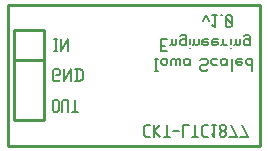
<source format=gbr>
G04 start of page 9 for group -4078 idx -4078 *
G04 Title: (unknown), bottomsilk *
G04 Creator: pcb 20110918 *
G04 CreationDate: Sun 25 Aug 2013 03:08:56 AM GMT UTC *
G04 For: railfan *
G04 Format: Gerber/RS-274X *
G04 PCB-Dimensions: 85000 48000 *
G04 PCB-Coordinate-Origin: lower left *
%MOIN*%
%FSLAX25Y25*%
%LNBOTTOMSILK*%
%ADD41C,0.0080*%
%ADD40C,0.0100*%
G54D40*X84500Y47500D02*X500D01*
Y500D02*X84500D01*
Y47500D01*
X2500Y29000D02*X12500D01*
X500Y47500D02*Y500D01*
X2500Y39000D02*X12500D01*
Y9000D01*
X2500D01*
Y39000D01*
Y29000D01*
G54D41*X65500Y42000D02*X66500Y44000D01*
X67500Y42000D02*X66500Y44000D01*
X68700Y40800D02*X69500Y40000D01*
Y44000D01*
X68700D02*X70200D01*
X71400D02*X71900D01*
X73100Y43500D02*X73600Y44000D01*
X73100Y40500D02*Y43500D01*
Y40500D02*X73600Y40000D01*
X74600D01*
X75100Y40500D01*
Y43500D01*
X74600Y44000D02*X75100Y43500D01*
X73600Y44000D02*X74600D01*
X73100Y43000D02*X75100Y41000D01*
X49500Y25500D02*X50500D01*
X50000D02*Y29500D01*
X49500D02*X50500D01*
X51700Y28000D02*Y29000D01*
Y28000D02*X52200Y27500D01*
X53200D01*
X53700Y28000D01*
Y29000D01*
X53200Y29500D02*X53700Y29000D01*
X52200Y29500D02*X53200D01*
X51700Y29000D02*X52200Y29500D01*
X54900Y27500D02*Y29000D01*
X55400Y29500D01*
X55900D01*
X56400Y29000D01*
Y27500D02*Y29000D01*
X56900Y29500D01*
X57400D01*
X57900Y29000D01*
Y27500D02*Y29000D01*
X60600Y27500D02*X61100Y28000D01*
X59600Y27500D02*X60600D01*
X59100Y28000D02*X59600Y27500D01*
X59100Y28000D02*Y29000D01*
X59600Y29500D01*
X61100Y27500D02*Y29000D01*
X61600Y29500D01*
X59600D02*X60600D01*
X61100Y29000D01*
X66600Y25500D02*X67100Y26000D01*
X65100Y25500D02*X66600D01*
X64600Y26000D02*X65100Y25500D01*
X64600Y26000D02*Y27000D01*
X65100Y27500D01*
X66600D01*
X67100Y28000D01*
Y29000D01*
X66600Y29500D02*X67100Y29000D01*
X65100Y29500D02*X66600D01*
X64600Y29000D02*X65100Y29500D01*
X68800Y27500D02*X70300D01*
X68300Y28000D02*X68800Y27500D01*
X68300Y28000D02*Y29000D01*
X68800Y29500D01*
X70300D01*
X73000Y27500D02*X73500Y28000D01*
X72000Y27500D02*X73000D01*
X71500Y28000D02*X72000Y27500D01*
X71500Y28000D02*Y29000D01*
X72000Y29500D01*
X73500Y27500D02*Y29000D01*
X74000Y29500D01*
X72000D02*X73000D01*
X73500Y29000D01*
X75200Y25500D02*Y29000D01*
X75700Y29500D01*
X77200D02*X78700D01*
X76700Y29000D02*X77200Y29500D01*
X76700Y28000D02*Y29000D01*
Y28000D02*X77200Y27500D01*
X78200D01*
X78700Y28000D01*
X76700Y28500D02*X78700D01*
Y28000D02*Y28500D01*
X81900Y25500D02*Y29500D01*
X81400D02*X81900Y29000D01*
X80400Y29500D02*X81400D01*
X79900Y29000D02*X80400Y29500D01*
X79900Y28000D02*Y29000D01*
Y28000D02*X80400Y27500D01*
X81400D01*
X81900Y28000D01*
X51500Y33800D02*X53000D01*
X51500Y36000D02*X53500D01*
X51500Y32000D02*Y36000D01*
Y32000D02*X53500D01*
X55200Y34500D02*Y36000D01*
Y34500D02*X55700Y34000D01*
X56200D01*
X56700Y34500D01*
Y36000D01*
X54700Y34000D02*X55200Y34500D01*
X59400Y34000D02*X59900Y34500D01*
X58400Y34000D02*X59400D01*
X57900Y34500D02*X58400Y34000D01*
X57900Y34500D02*Y35500D01*
X58400Y36000D01*
X59400D01*
X59900Y35500D01*
X57900Y37000D02*X58400Y37500D01*
X59400D01*
X59900Y37000D01*
Y34000D02*Y37000D01*
X61100Y33000D02*Y33100D01*
Y34500D02*Y36000D01*
X62600Y34500D02*Y36000D01*
Y34500D02*X63100Y34000D01*
X63600D01*
X64100Y34500D01*
Y36000D01*
X62100Y34000D02*X62600Y34500D01*
X65800Y36000D02*X67300D01*
X65300Y35500D02*X65800Y36000D01*
X65300Y34500D02*Y35500D01*
Y34500D02*X65800Y34000D01*
X66800D01*
X67300Y34500D01*
X65300Y35000D02*X67300D01*
Y34500D02*Y35000D01*
X69000Y36000D02*X70500D01*
X68500Y35500D02*X69000Y36000D01*
X68500Y34500D02*Y35500D01*
Y34500D02*X69000Y34000D01*
X70000D01*
X70500Y34500D01*
X68500Y35000D02*X70500D01*
Y34500D02*Y35000D01*
X72200Y34500D02*Y36000D01*
Y34500D02*X72700Y34000D01*
X73700D01*
X71700D02*X72200Y34500D01*
X74900Y33000D02*Y33100D01*
Y34500D02*Y36000D01*
X76400Y34500D02*Y36000D01*
Y34500D02*X76900Y34000D01*
X77400D01*
X77900Y34500D01*
Y36000D01*
X75900Y34000D02*X76400Y34500D01*
X80600Y34000D02*X81100Y34500D01*
X79600Y34000D02*X80600D01*
X79100Y34500D02*X79600Y34000D01*
X79100Y34500D02*Y35500D01*
X79600Y36000D01*
X80600D01*
X81100Y35500D01*
X79100Y37000D02*X79600Y37500D01*
X80600D01*
X81100Y37000D01*
Y34000D02*Y37000D01*
X46700Y7500D02*X48000D01*
X46000Y6800D02*X46700Y7500D01*
X46000Y4200D02*Y6800D01*
Y4200D02*X46700Y3500D01*
X48000D01*
X49200D02*Y7500D01*
Y5500D02*X51200Y3500D01*
X49200Y5500D02*X51200Y7500D01*
X52400Y3500D02*X54400D01*
X53400D02*Y7500D01*
X55600Y5500D02*X57600D01*
X58800Y3500D02*Y7500D01*
X60800D01*
X62000Y3500D02*X64000D01*
X63000D02*Y7500D01*
X65900D02*X67200D01*
X65200Y6800D02*X65900Y7500D01*
X65200Y4200D02*Y6800D01*
Y4200D02*X65900Y3500D01*
X67200D01*
X68400Y4300D02*X69200Y3500D01*
Y7500D01*
X68400D02*X69900D01*
X71100Y7000D02*X71600Y7500D01*
X71100Y6200D02*Y7000D01*
Y6200D02*X71800Y5500D01*
X72400D01*
X73100Y6200D01*
Y7000D01*
X72600Y7500D02*X73100Y7000D01*
X71600Y7500D02*X72600D01*
X71100Y4800D02*X71800Y5500D01*
X71100Y4000D02*Y4800D01*
Y4000D02*X71600Y3500D01*
X72600D01*
X73100Y4000D01*
Y4800D01*
X72400Y5500D02*X73100Y4800D01*
X74800Y7500D02*X76800Y3500D01*
X74300D02*X76800D01*
X78500Y7500D02*X80500Y3500D01*
X78000D02*X80500D01*
X16000Y32000D02*X17000D01*
X16500D02*Y36000D01*
X16000D02*X17000D01*
X18200Y32000D02*Y36000D01*
Y32000D02*X20700Y36000D01*
Y32000D02*Y36000D01*
X17500Y22000D02*X18000Y22500D01*
X16000Y22000D02*X17500D01*
X15500Y22500D02*X16000Y22000D01*
X15500Y22500D02*Y25500D01*
X16000Y26000D01*
X17500D01*
X18000Y25500D01*
Y24500D02*Y25500D01*
X17500Y24000D02*X18000Y24500D01*
X16500Y24000D02*X17500D01*
X19200Y22000D02*Y26000D01*
Y22000D02*X21700Y26000D01*
Y22000D02*Y26000D01*
X23400Y22000D02*Y26000D01*
X24700Y22000D02*X25400Y22700D01*
Y25300D01*
X24700Y26000D02*X25400Y25300D01*
X22900Y26000D02*X24700D01*
X22900Y22000D02*X24700D01*
X15500Y12457D02*Y15457D01*
Y12457D02*X16000Y11957D01*
X17000D01*
X17500Y12457D01*
Y15457D01*
X17000Y15957D02*X17500Y15457D01*
X16000Y15957D02*X17000D01*
X15500Y15457D02*X16000Y15957D01*
X18700Y11957D02*Y15457D01*
X19200Y15957D01*
X20200D01*
X20700Y15457D01*
Y11957D02*Y15457D01*
X21900Y11957D02*X23900D01*
X22900D02*Y15957D01*
M02*

</source>
